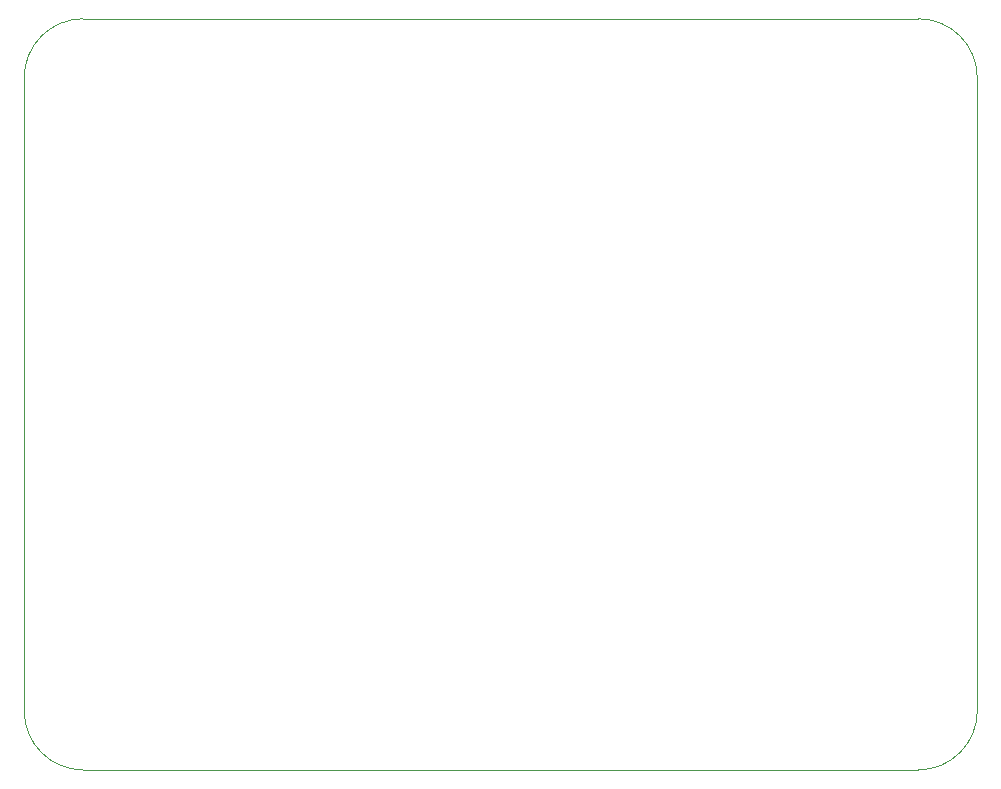
<source format=gbr>
%TF.GenerationSoftware,KiCad,Pcbnew,9.0.2*%
%TF.CreationDate,2025-07-18T16:21:06+05:30*%
%TF.ProjectId,xiao-pcb,7869616f-2d70-4636-922e-6b696361645f,rev?*%
%TF.SameCoordinates,Original*%
%TF.FileFunction,Profile,NP*%
%FSLAX46Y46*%
G04 Gerber Fmt 4.6, Leading zero omitted, Abs format (unit mm)*
G04 Created by KiCad (PCBNEW 9.0.2) date 2025-07-18 16:21:06*
%MOMM*%
%LPD*%
G01*
G04 APERTURE LIST*
%TA.AperFunction,Profile*%
%ADD10C,0.050000*%
%TD*%
G04 APERTURE END LIST*
D10*
X55400000Y-143900000D02*
G75*
G02*
X50400000Y-138900000I0J5000000D01*
G01*
X55400000Y-80300000D02*
X126100000Y-80300000D01*
X126100000Y-80300000D02*
G75*
G02*
X131100000Y-85300000I0J-5000000D01*
G01*
X50400000Y-138900000D02*
X50400000Y-85300000D01*
X50400000Y-85300000D02*
G75*
G02*
X55400000Y-80300000I5000000J0D01*
G01*
X131100000Y-85300000D02*
X131100000Y-138900000D01*
X131100000Y-138900000D02*
G75*
G02*
X126100000Y-143900000I-5000000J0D01*
G01*
X126100000Y-143900000D02*
X55400000Y-143900000D01*
M02*

</source>
